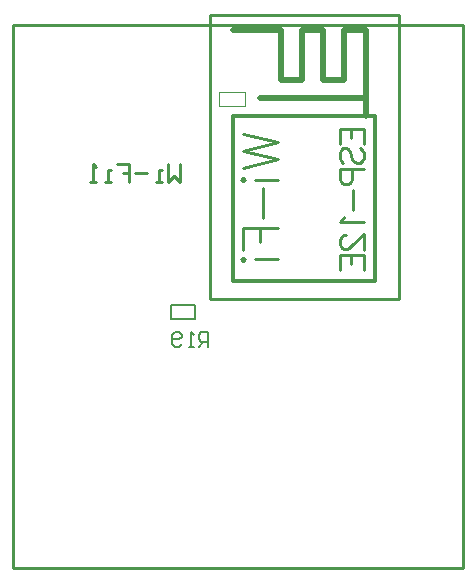
<source format=gbo>
%FSLAX25Y25*%
%MOIN*%
G70*
G01*
G75*
G04 Layer_Color=32896*
%ADD10R,0.05906X0.03937*%
%ADD11R,0.03937X0.05906*%
%ADD12R,0.11024X0.07874*%
%ADD13R,0.05512X0.07087*%
%ADD14R,0.07874X0.14961*%
%ADD15R,0.10000X0.20000*%
%ADD16R,0.01700X0.06600*%
%ADD17R,0.15748X0.07874*%
%ADD18R,0.10000X0.03000*%
%ADD19R,0.09000X0.15000*%
%ADD20R,0.08465X0.05000*%
%ADD21R,0.03500X0.05000*%
%ADD22R,0.04200X0.02600*%
%ADD23R,0.05512X0.06299*%
%ADD24R,0.09449X0.06299*%
%ADD25C,0.02000*%
%ADD26C,0.05000*%
%ADD27C,0.06000*%
%ADD28C,0.04500*%
%ADD29C,0.05500*%
%ADD30C,0.01500*%
%ADD31C,0.03000*%
%ADD32C,0.04000*%
%ADD33C,0.02500*%
%ADD34C,0.01000*%
%ADD35R,0.08000X0.04428*%
%ADD36R,0.07572X0.06428*%
%ADD37R,0.06500X0.08500*%
%ADD38R,0.04500X0.03500*%
%ADD39R,0.04000X0.12000*%
%ADD40R,0.04700X0.09400*%
%ADD41R,0.10000X0.05200*%
%ADD42R,0.15100X0.28000*%
%ADD43R,0.08000X0.06500*%
%ADD44R,0.07500X0.03500*%
%ADD45C,0.07874*%
%ADD46C,0.13780*%
%ADD47C,0.10000*%
%ADD48C,0.04000*%
%ADD49C,0.07000*%
%ADD50C,0.05000*%
%ADD51R,0.04724X0.09449*%
%ADD52R,0.11024X0.04724*%
%ADD53R,0.23500X0.29000*%
%ADD54C,0.00394*%
%ADD55C,0.00200*%
%ADD56C,0.00300*%
%ADD57C,0.00197*%
%ADD58C,0.00500*%
%ADD59C,0.00787*%
%ADD60C,0.00050*%
%ADD61C,0.00800*%
%ADD62R,0.02100X0.06299*%
%ADD63R,0.06000X0.16929*%
%ADD64R,0.02100X0.06299*%
%ADD65R,0.02300X0.06299*%
%ADD66R,0.06906X0.04937*%
%ADD67R,0.04937X0.06906*%
%ADD68R,0.12024X0.08874*%
%ADD69R,0.06512X0.08087*%
%ADD70R,0.08874X0.15961*%
%ADD71R,0.11000X0.21000*%
%ADD72R,0.02700X0.07600*%
%ADD73R,0.16748X0.08874*%
%ADD74R,0.11000X0.04000*%
%ADD75R,0.10000X0.16000*%
%ADD76R,0.09465X0.06000*%
%ADD77R,0.04500X0.06000*%
%ADD78R,0.05200X0.03600*%
%ADD79R,0.06512X0.07299*%
%ADD80R,0.10449X0.07299*%
%ADD81C,0.08874*%
%ADD82C,0.14779*%
%ADD83C,0.11000*%
%ADD84C,0.08000*%
%ADD85C,0.06000*%
%ADD86R,0.05724X0.10449*%
%ADD87R,0.12024X0.05724*%
%ADD88C,0.01969*%
%ADD89C,0.01181*%
D34*
X55108Y79676D02*
X118100D01*
Y174165D01*
X55108Y79676D02*
Y174165D01*
X118100D01*
X45100Y124698D02*
Y118700D01*
X43101Y120699D01*
X41101Y118700D01*
Y124698D01*
X39102Y118700D02*
X37103D01*
X38102D01*
Y122699D01*
X39102D01*
X34104Y121699D02*
X30105D01*
X24107Y124698D02*
X28106D01*
Y121699D01*
X26106D01*
X28106D01*
Y118700D01*
X22107D02*
X20108D01*
X21108D01*
Y122699D01*
X22107D01*
X17109Y118700D02*
X15110D01*
X16109D01*
Y124698D01*
X17109Y123698D01*
X98528Y131327D02*
Y136200D01*
X106400D01*
Y131327D01*
X102276Y136200D02*
Y133201D01*
X99652Y124766D02*
X98902Y125516D01*
X98528Y126641D01*
Y128140D01*
X98902Y129265D01*
X99652Y130015D01*
X100402D01*
X101152Y129640D01*
X101527Y129265D01*
X101901Y128515D01*
X102651Y126266D01*
X103026Y125516D01*
X103401Y125141D01*
X104151Y124766D01*
X105275D01*
X106025Y125516D01*
X106400Y126641D01*
Y128140D01*
X106025Y129265D01*
X105275Y130015D01*
X102651Y123004D02*
Y119631D01*
X102276Y118506D01*
X101901Y118131D01*
X101152Y117756D01*
X100027D01*
X99277Y118131D01*
X98902Y118506D01*
X98528Y119631D01*
Y123004D01*
X106400D01*
X103026Y115994D02*
Y109247D01*
X100027Y106922D02*
X99652Y106173D01*
X98528Y105048D01*
X106400D01*
X100402Y100775D02*
X100027D01*
X99277Y100400D01*
X98902Y100025D01*
X98528Y99275D01*
Y97776D01*
X98902Y97026D01*
X99277Y96651D01*
X100027Y96276D01*
X100777D01*
X101527Y96651D01*
X102651Y97401D01*
X106400Y101149D01*
Y95901D01*
X98528Y89266D02*
Y94139D01*
X106400D01*
Y89266D01*
X102276Y94139D02*
Y91140D01*
X66192Y134600D02*
X78000Y131788D01*
X66192Y128977D02*
X78000Y131788D01*
X66192Y128977D02*
X78000Y126165D01*
X66192Y123354D02*
X78000Y126165D01*
X66192Y119868D02*
X66754Y119305D01*
X66192Y118743D01*
X65629Y119305D01*
X66192Y119868D01*
X70128Y119305D02*
X78000D01*
X72939Y116662D02*
Y106541D01*
X66192Y103054D02*
X78000D01*
X66192D02*
Y95744D01*
X71815Y103054D02*
Y98556D01*
X66192Y93270D02*
X66754Y92708D01*
X66192Y92146D01*
X65629Y92708D01*
X66192Y93270D01*
X70128Y92708D02*
X78000D01*
X139500Y-10000D02*
Y171000D01*
X-10500Y-10000D02*
X139500D01*
X-10500Y171000D02*
X139500D01*
X-10500Y-10000D02*
Y171000D01*
D54*
X58258Y148574D02*
X66919D01*
Y143850D02*
Y148574D01*
X58258Y143850D02*
X66919D01*
X58258D02*
Y148574D01*
D58*
X50100Y72739D02*
Y77661D01*
X42226D02*
X50100D01*
X42226Y72739D02*
Y77661D01*
Y72739D02*
X50100D01*
D61*
X54600Y63700D02*
Y68498D01*
X52201D01*
X51401Y67699D01*
Y66099D01*
X52201Y65299D01*
X54600D01*
X53000D02*
X51401Y63700D01*
X49801D02*
X48202D01*
X49002D01*
Y68498D01*
X49801Y67699D01*
X45803Y64500D02*
X45003Y63700D01*
X43404D01*
X42604Y64500D01*
Y67699D01*
X43404Y68498D01*
X45003D01*
X45803Y67699D01*
Y66899D01*
X45003Y66099D01*
X42604D01*
D88*
X62982Y169046D02*
X78730D01*
Y152511D02*
Y169046D01*
Y152511D02*
X85817D01*
X71900Y146606D02*
X107076D01*
X85817Y152511D02*
Y169046D01*
X92903D01*
Y152511D02*
Y169046D01*
Y152511D02*
X99990D01*
Y169046D01*
X107076D01*
Y140700D02*
Y169046D01*
D89*
X110226Y85582D02*
Y140700D01*
X62982Y85582D02*
Y140700D01*
X110226D01*
X62982Y85582D02*
X110226D01*
M02*

</source>
